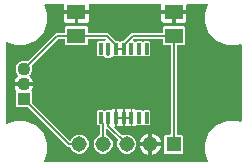
<source format=gbr>
G04 EAGLE Gerber RS-274X export*
G75*
%MOMM*%
%FSLAX34Y34*%
%LPD*%
%INTop Copper*%
%IPPOS*%
%AMOC8*
5,1,8,0,0,1.08239X$1,22.5*%
G01*
%ADD10R,1.600000X1.300000*%
%ADD11R,0.304800X0.990600*%
%ADD12R,1.108000X1.108000*%
%ADD13C,1.108000*%
%ADD14R,1.308000X1.308000*%
%ADD15C,1.308000*%
%ADD16C,0.152400*%

G36*
X180712Y10168D02*
X180712Y10168D01*
X180757Y10166D01*
X180832Y10188D01*
X180909Y10200D01*
X180950Y10222D01*
X180994Y10235D01*
X181058Y10279D01*
X181126Y10316D01*
X181158Y10349D01*
X181196Y10375D01*
X181242Y10438D01*
X181296Y10494D01*
X181315Y10536D01*
X181343Y10572D01*
X181367Y10646D01*
X181399Y10717D01*
X181404Y10763D01*
X181419Y10806D01*
X181418Y10884D01*
X181427Y10961D01*
X181417Y11006D01*
X181416Y11052D01*
X181378Y11184D01*
X181374Y11202D01*
X181372Y11206D01*
X181370Y11213D01*
X178769Y17491D01*
X178769Y26705D01*
X182295Y35218D01*
X188810Y41733D01*
X197323Y45259D01*
X206537Y45259D01*
X208751Y44342D01*
X208795Y44331D01*
X208837Y44312D01*
X208914Y44303D01*
X208990Y44286D01*
X209036Y44290D01*
X209081Y44285D01*
X209158Y44301D01*
X209235Y44309D01*
X209277Y44327D01*
X209322Y44337D01*
X209389Y44377D01*
X209460Y44409D01*
X209494Y44440D01*
X209533Y44463D01*
X209584Y44522D01*
X209641Y44575D01*
X209663Y44615D01*
X209693Y44650D01*
X209722Y44722D01*
X209759Y44791D01*
X209768Y44836D01*
X209785Y44878D01*
X209800Y45014D01*
X209803Y45033D01*
X209802Y45038D01*
X209803Y45045D01*
X209803Y109133D01*
X209801Y109149D01*
X209802Y109163D01*
X209796Y109190D01*
X209798Y109224D01*
X209776Y109299D01*
X209764Y109376D01*
X209751Y109400D01*
X209750Y109403D01*
X209742Y109416D01*
X209729Y109460D01*
X209685Y109524D01*
X209648Y109593D01*
X209615Y109625D01*
X209589Y109662D01*
X209527Y109709D01*
X209470Y109762D01*
X209428Y109782D01*
X209392Y109809D01*
X209318Y109833D01*
X209247Y109866D01*
X209201Y109871D01*
X209158Y109885D01*
X209080Y109885D01*
X209003Y109893D01*
X208958Y109883D01*
X208912Y109883D01*
X208785Y109846D01*
X208776Y109845D01*
X208773Y109843D01*
X208762Y109841D01*
X208758Y109838D01*
X208751Y109836D01*
X206537Y108919D01*
X197323Y108919D01*
X188810Y112445D01*
X182295Y118960D01*
X178769Y127473D01*
X178769Y136687D01*
X181264Y142711D01*
X181275Y142755D01*
X181294Y142797D01*
X181303Y142874D01*
X181321Y142950D01*
X181316Y142996D01*
X181321Y143041D01*
X181305Y143118D01*
X181297Y143195D01*
X181279Y143237D01*
X181269Y143282D01*
X181229Y143349D01*
X181197Y143420D01*
X181166Y143454D01*
X181143Y143493D01*
X181084Y143544D01*
X181031Y143601D01*
X180991Y143623D01*
X180956Y143653D01*
X180884Y143682D01*
X180816Y143719D01*
X180770Y143728D01*
X180728Y143745D01*
X180592Y143760D01*
X180574Y143763D01*
X180569Y143762D01*
X180561Y143763D01*
X163702Y143763D01*
X163682Y143760D01*
X163663Y143762D01*
X163561Y143740D01*
X163459Y143724D01*
X163442Y143714D01*
X163422Y143710D01*
X163333Y143657D01*
X163242Y143608D01*
X163228Y143594D01*
X163211Y143584D01*
X163144Y143505D01*
X163072Y143430D01*
X163064Y143412D01*
X163051Y143397D01*
X163012Y143301D01*
X162969Y143207D01*
X162967Y143187D01*
X162959Y143169D01*
X162941Y143002D01*
X162941Y138523D01*
X153162Y138523D01*
X153142Y138520D01*
X153123Y138522D01*
X153021Y138500D01*
X152919Y138483D01*
X152902Y138474D01*
X152882Y138470D01*
X152793Y138417D01*
X152702Y138368D01*
X152688Y138354D01*
X152671Y138344D01*
X152604Y138265D01*
X152533Y138190D01*
X152524Y138172D01*
X152511Y138157D01*
X152472Y138061D01*
X152429Y137967D01*
X152427Y137947D01*
X152419Y137929D01*
X152401Y137762D01*
X152401Y136999D01*
X152399Y136999D01*
X152399Y137762D01*
X152396Y137782D01*
X152398Y137801D01*
X152376Y137903D01*
X152359Y138005D01*
X152350Y138022D01*
X152346Y138042D01*
X152293Y138131D01*
X152244Y138222D01*
X152230Y138236D01*
X152220Y138253D01*
X152141Y138320D01*
X152066Y138391D01*
X152048Y138400D01*
X152033Y138413D01*
X151937Y138452D01*
X151843Y138495D01*
X151823Y138497D01*
X151805Y138505D01*
X151638Y138523D01*
X141859Y138523D01*
X141859Y143002D01*
X141856Y143022D01*
X141858Y143041D01*
X141836Y143143D01*
X141820Y143245D01*
X141810Y143262D01*
X141806Y143282D01*
X141753Y143371D01*
X141704Y143462D01*
X141690Y143476D01*
X141680Y143493D01*
X141601Y143560D01*
X141526Y143632D01*
X141508Y143640D01*
X141493Y143653D01*
X141397Y143692D01*
X141303Y143735D01*
X141283Y143737D01*
X141265Y143745D01*
X141098Y143763D01*
X81152Y143763D01*
X81132Y143760D01*
X81113Y143762D01*
X81011Y143740D01*
X80909Y143724D01*
X80892Y143714D01*
X80872Y143710D01*
X80783Y143657D01*
X80692Y143608D01*
X80678Y143594D01*
X80661Y143584D01*
X80594Y143505D01*
X80522Y143430D01*
X80514Y143412D01*
X80501Y143397D01*
X80462Y143301D01*
X80419Y143207D01*
X80417Y143187D01*
X80409Y143169D01*
X80391Y143002D01*
X80391Y138523D01*
X70612Y138523D01*
X70592Y138520D01*
X70573Y138522D01*
X70471Y138500D01*
X70369Y138483D01*
X70352Y138474D01*
X70332Y138470D01*
X70243Y138417D01*
X70152Y138368D01*
X70138Y138354D01*
X70121Y138344D01*
X70054Y138265D01*
X69983Y138190D01*
X69974Y138172D01*
X69961Y138157D01*
X69922Y138061D01*
X69879Y137967D01*
X69877Y137947D01*
X69869Y137929D01*
X69851Y137762D01*
X69851Y136999D01*
X69849Y136999D01*
X69849Y137762D01*
X69846Y137782D01*
X69848Y137801D01*
X69826Y137903D01*
X69809Y138005D01*
X69800Y138022D01*
X69796Y138042D01*
X69743Y138131D01*
X69694Y138222D01*
X69680Y138236D01*
X69670Y138253D01*
X69591Y138320D01*
X69516Y138391D01*
X69498Y138400D01*
X69483Y138413D01*
X69387Y138452D01*
X69293Y138495D01*
X69273Y138497D01*
X69255Y138505D01*
X69088Y138523D01*
X59309Y138523D01*
X59309Y143002D01*
X59306Y143022D01*
X59308Y143041D01*
X59286Y143143D01*
X59270Y143245D01*
X59260Y143262D01*
X59256Y143282D01*
X59203Y143371D01*
X59154Y143462D01*
X59140Y143476D01*
X59130Y143493D01*
X59051Y143560D01*
X58976Y143632D01*
X58958Y143640D01*
X58943Y143653D01*
X58847Y143692D01*
X58753Y143735D01*
X58733Y143737D01*
X58715Y143745D01*
X58548Y143763D01*
X43467Y143763D01*
X43422Y143756D01*
X43376Y143758D01*
X43301Y143736D01*
X43224Y143724D01*
X43184Y143702D01*
X43140Y143689D01*
X43076Y143645D01*
X43007Y143608D01*
X42975Y143575D01*
X42937Y143549D01*
X42891Y143486D01*
X42837Y143430D01*
X42818Y143388D01*
X42791Y143352D01*
X42767Y143278D01*
X42734Y143207D01*
X42729Y143161D01*
X42714Y143118D01*
X42715Y143040D01*
X42707Y142963D01*
X42716Y142918D01*
X42717Y142872D01*
X42755Y142740D01*
X42759Y142722D01*
X42761Y142718D01*
X42764Y142711D01*
X45259Y136687D01*
X45259Y127473D01*
X41733Y118960D01*
X35218Y112445D01*
X26705Y108919D01*
X17491Y108919D01*
X11213Y111520D01*
X11169Y111530D01*
X11127Y111549D01*
X11050Y111558D01*
X10974Y111576D01*
X10928Y111571D01*
X10883Y111577D01*
X10806Y111560D01*
X10729Y111553D01*
X10687Y111534D01*
X10642Y111524D01*
X10575Y111484D01*
X10504Y111453D01*
X10470Y111422D01*
X10431Y111398D01*
X10380Y111339D01*
X10323Y111286D01*
X10301Y111246D01*
X10271Y111211D01*
X10242Y111139D01*
X10205Y111071D01*
X10196Y111026D01*
X10179Y110983D01*
X10164Y110847D01*
X10161Y110829D01*
X10162Y110824D01*
X10161Y110816D01*
X10161Y43362D01*
X10168Y43316D01*
X10166Y43271D01*
X10188Y43196D01*
X10200Y43119D01*
X10222Y43078D01*
X10235Y43034D01*
X10279Y42970D01*
X10316Y42902D01*
X10349Y42870D01*
X10375Y42832D01*
X10438Y42786D01*
X10494Y42732D01*
X10536Y42713D01*
X10572Y42685D01*
X10646Y42661D01*
X10717Y42629D01*
X10763Y42624D01*
X10806Y42609D01*
X10884Y42610D01*
X10961Y42601D01*
X11006Y42611D01*
X11052Y42612D01*
X11184Y42650D01*
X11202Y42654D01*
X11206Y42656D01*
X11213Y42658D01*
X17491Y45259D01*
X26705Y45259D01*
X35218Y41733D01*
X41733Y35218D01*
X45259Y26705D01*
X45259Y17491D01*
X42658Y11213D01*
X42648Y11169D01*
X42629Y11127D01*
X42620Y11050D01*
X42602Y10974D01*
X42607Y10928D01*
X42601Y10883D01*
X42618Y10806D01*
X42625Y10729D01*
X42644Y10687D01*
X42654Y10642D01*
X42694Y10575D01*
X42725Y10504D01*
X42756Y10470D01*
X42780Y10431D01*
X42839Y10380D01*
X42892Y10323D01*
X42932Y10301D01*
X42967Y10271D01*
X43039Y10242D01*
X43107Y10205D01*
X43152Y10196D01*
X43195Y10179D01*
X43331Y10164D01*
X43349Y10161D01*
X43354Y10162D01*
X43362Y10161D01*
X180666Y10161D01*
X180712Y10168D01*
G37*
%LPC*%
G36*
X145228Y17335D02*
X145228Y17335D01*
X144335Y18228D01*
X144335Y32572D01*
X145228Y33465D01*
X149352Y33465D01*
X149372Y33468D01*
X149391Y33466D01*
X149493Y33488D01*
X149595Y33504D01*
X149612Y33514D01*
X149632Y33518D01*
X149721Y33571D01*
X149812Y33620D01*
X149826Y33634D01*
X149843Y33644D01*
X149910Y33723D01*
X149982Y33798D01*
X149990Y33816D01*
X150003Y33831D01*
X150042Y33927D01*
X150085Y34021D01*
X150087Y34041D01*
X150095Y34059D01*
X150113Y34226D01*
X150113Y108214D01*
X150110Y108234D01*
X150112Y108253D01*
X150090Y108355D01*
X150074Y108457D01*
X150064Y108474D01*
X150060Y108494D01*
X150007Y108583D01*
X149958Y108674D01*
X149944Y108688D01*
X149934Y108705D01*
X149855Y108772D01*
X149780Y108844D01*
X149762Y108852D01*
X149747Y108865D01*
X149651Y108904D01*
X149557Y108947D01*
X149537Y108949D01*
X149519Y108957D01*
X149352Y108975D01*
X143768Y108975D01*
X142875Y109868D01*
X142875Y113952D01*
X142872Y113972D01*
X142874Y113991D01*
X142852Y114093D01*
X142836Y114195D01*
X142826Y114212D01*
X142822Y114232D01*
X142769Y114321D01*
X142720Y114412D01*
X142706Y114426D01*
X142696Y114443D01*
X142617Y114510D01*
X142542Y114582D01*
X142524Y114590D01*
X142509Y114603D01*
X142413Y114642D01*
X142319Y114685D01*
X142299Y114687D01*
X142281Y114695D01*
X142114Y114713D01*
X118676Y114713D01*
X118586Y114699D01*
X118495Y114691D01*
X118465Y114679D01*
X118433Y114674D01*
X118352Y114631D01*
X118268Y114595D01*
X118236Y114569D01*
X118215Y114558D01*
X118193Y114535D01*
X118137Y114490D01*
X117564Y113917D01*
X117522Y113859D01*
X117473Y113807D01*
X117451Y113760D01*
X117421Y113718D01*
X117400Y113649D01*
X117369Y113584D01*
X117364Y113532D01*
X117348Y113482D01*
X117350Y113411D01*
X117342Y113340D01*
X117353Y113289D01*
X117355Y113237D01*
X117379Y113169D01*
X117394Y113099D01*
X117421Y113054D01*
X117439Y113006D01*
X117484Y112950D01*
X117521Y112888D01*
X117560Y112854D01*
X117593Y112814D01*
X117653Y112775D01*
X117708Y112728D01*
X117756Y112709D01*
X117800Y112681D01*
X117869Y112663D01*
X117936Y112636D01*
X118007Y112628D01*
X118038Y112620D01*
X118062Y112622D01*
X118102Y112618D01*
X118638Y112618D01*
X119194Y112062D01*
X119210Y112050D01*
X119222Y112034D01*
X119310Y111978D01*
X119393Y111918D01*
X119412Y111912D01*
X119429Y111901D01*
X119530Y111876D01*
X119629Y111846D01*
X119648Y111846D01*
X119668Y111841D01*
X119771Y111849D01*
X119874Y111852D01*
X119893Y111859D01*
X119913Y111860D01*
X120008Y111901D01*
X120105Y111936D01*
X120121Y111949D01*
X120139Y111957D01*
X120270Y112062D01*
X120826Y112618D01*
X125138Y112618D01*
X125694Y112062D01*
X125710Y112050D01*
X125722Y112034D01*
X125810Y111978D01*
X125893Y111918D01*
X125912Y111912D01*
X125929Y111901D01*
X126030Y111876D01*
X126129Y111846D01*
X126148Y111846D01*
X126168Y111841D01*
X126271Y111849D01*
X126374Y111852D01*
X126393Y111859D01*
X126413Y111860D01*
X126508Y111901D01*
X126605Y111936D01*
X126621Y111949D01*
X126639Y111957D01*
X126770Y112062D01*
X127326Y112618D01*
X131638Y112618D01*
X132531Y111725D01*
X132531Y100555D01*
X131638Y99662D01*
X127326Y99662D01*
X126770Y100218D01*
X126754Y100230D01*
X126742Y100246D01*
X126654Y100302D01*
X126571Y100362D01*
X126552Y100368D01*
X126535Y100379D01*
X126434Y100404D01*
X126335Y100434D01*
X126316Y100434D01*
X126296Y100439D01*
X126193Y100431D01*
X126090Y100428D01*
X126071Y100421D01*
X126051Y100420D01*
X125956Y100379D01*
X125859Y100344D01*
X125843Y100331D01*
X125825Y100323D01*
X125694Y100218D01*
X125138Y99662D01*
X120826Y99662D01*
X120270Y100218D01*
X120254Y100230D01*
X120242Y100246D01*
X120154Y100302D01*
X120071Y100362D01*
X120052Y100368D01*
X120035Y100379D01*
X119934Y100404D01*
X119835Y100434D01*
X119816Y100434D01*
X119796Y100439D01*
X119693Y100431D01*
X119590Y100428D01*
X119571Y100421D01*
X119551Y100420D01*
X119456Y100379D01*
X119359Y100344D01*
X119343Y100331D01*
X119325Y100323D01*
X119194Y100218D01*
X118638Y99662D01*
X114326Y99662D01*
X113770Y100218D01*
X113754Y100230D01*
X113742Y100246D01*
X113654Y100302D01*
X113571Y100362D01*
X113552Y100368D01*
X113535Y100379D01*
X113434Y100404D01*
X113335Y100434D01*
X113316Y100434D01*
X113296Y100439D01*
X113193Y100431D01*
X113090Y100428D01*
X113071Y100421D01*
X113051Y100420D01*
X112956Y100379D01*
X112859Y100344D01*
X112843Y100331D01*
X112825Y100323D01*
X112694Y100218D01*
X112138Y99662D01*
X107826Y99662D01*
X107270Y100218D01*
X107254Y100230D01*
X107242Y100246D01*
X107154Y100302D01*
X107071Y100362D01*
X107052Y100368D01*
X107035Y100379D01*
X106934Y100404D01*
X106835Y100434D01*
X106816Y100434D01*
X106796Y100439D01*
X106693Y100431D01*
X106590Y100428D01*
X106571Y100421D01*
X106551Y100420D01*
X106456Y100379D01*
X106359Y100344D01*
X106343Y100331D01*
X106325Y100323D01*
X106194Y100218D01*
X105638Y99662D01*
X101245Y99662D01*
X101153Y99685D01*
X101054Y99716D01*
X101034Y99715D01*
X101015Y99720D01*
X100912Y99712D01*
X100808Y99710D01*
X100789Y99703D01*
X100769Y99701D01*
X100674Y99661D01*
X100577Y99625D01*
X100561Y99613D01*
X100543Y99605D01*
X100412Y99500D01*
X100066Y99154D01*
X99487Y98819D01*
X98840Y98646D01*
X97743Y98646D01*
X97743Y106140D01*
X97740Y106159D01*
X97742Y106179D01*
X97720Y106280D01*
X97704Y106382D01*
X97694Y106400D01*
X97690Y106419D01*
X97637Y106509D01*
X97589Y106600D01*
X97574Y106613D01*
X97564Y106631D01*
X97485Y106698D01*
X97410Y106769D01*
X97392Y106778D01*
X97377Y106791D01*
X97281Y106829D01*
X97187Y106873D01*
X97167Y106875D01*
X97149Y106882D01*
X96982Y106901D01*
X96962Y106898D01*
X96943Y106900D01*
X96942Y106900D01*
X96841Y106878D01*
X96739Y106861D01*
X96722Y106852D01*
X96702Y106848D01*
X96613Y106794D01*
X96522Y106746D01*
X96508Y106732D01*
X96491Y106721D01*
X96424Y106643D01*
X96352Y106568D01*
X96344Y106550D01*
X96331Y106535D01*
X96292Y106438D01*
X96249Y106345D01*
X96247Y106325D01*
X96239Y106306D01*
X96221Y106140D01*
X96221Y98646D01*
X95124Y98646D01*
X94477Y98819D01*
X93898Y99154D01*
X93552Y99500D01*
X93536Y99512D01*
X93523Y99527D01*
X93436Y99583D01*
X93352Y99644D01*
X93333Y99649D01*
X93316Y99660D01*
X93216Y99685D01*
X93117Y99716D01*
X93097Y99715D01*
X93078Y99720D01*
X92974Y99712D01*
X92871Y99710D01*
X92852Y99703D01*
X92832Y99701D01*
X92741Y99662D01*
X88326Y99662D01*
X87433Y100555D01*
X87433Y111725D01*
X88326Y112618D01*
X92719Y112618D01*
X92811Y112595D01*
X92910Y112564D01*
X92930Y112565D01*
X92949Y112560D01*
X93052Y112568D01*
X93156Y112570D01*
X93175Y112577D01*
X93195Y112579D01*
X93290Y112619D01*
X93387Y112655D01*
X93403Y112667D01*
X93421Y112675D01*
X93552Y112780D01*
X93898Y113126D01*
X94187Y113293D01*
X94224Y113323D01*
X94266Y113346D01*
X94318Y113400D01*
X94377Y113448D01*
X94403Y113489D01*
X94436Y113524D01*
X94467Y113593D01*
X94508Y113657D01*
X94519Y113703D01*
X94539Y113747D01*
X94548Y113822D01*
X94565Y113896D01*
X94561Y113944D01*
X94566Y113991D01*
X94550Y114066D01*
X94543Y114141D01*
X94524Y114185D01*
X94514Y114232D01*
X94475Y114297D01*
X94445Y114366D01*
X94412Y114402D01*
X94388Y114443D01*
X94330Y114492D01*
X94279Y114548D01*
X94237Y114572D01*
X94201Y114603D01*
X94131Y114631D01*
X94064Y114668D01*
X94017Y114677D01*
X93973Y114695D01*
X93845Y114709D01*
X93823Y114713D01*
X93816Y114712D01*
X93806Y114713D01*
X80136Y114713D01*
X80116Y114710D01*
X80097Y114712D01*
X79995Y114690D01*
X79893Y114674D01*
X79876Y114664D01*
X79856Y114660D01*
X79767Y114607D01*
X79676Y114558D01*
X79662Y114544D01*
X79645Y114534D01*
X79578Y114455D01*
X79506Y114380D01*
X79498Y114362D01*
X79485Y114347D01*
X79446Y114251D01*
X79403Y114157D01*
X79401Y114137D01*
X79393Y114119D01*
X79375Y113952D01*
X79375Y109868D01*
X78482Y108975D01*
X61218Y108975D01*
X60325Y109868D01*
X60325Y113952D01*
X60322Y113972D01*
X60324Y113991D01*
X60302Y114093D01*
X60286Y114195D01*
X60276Y114212D01*
X60272Y114232D01*
X60219Y114321D01*
X60170Y114412D01*
X60156Y114426D01*
X60146Y114443D01*
X60067Y114510D01*
X59992Y114582D01*
X59974Y114590D01*
X59959Y114603D01*
X59863Y114642D01*
X59769Y114685D01*
X59749Y114687D01*
X59731Y114695D01*
X59564Y114713D01*
X54763Y114713D01*
X54672Y114699D01*
X54582Y114691D01*
X54552Y114679D01*
X54520Y114674D01*
X54439Y114631D01*
X54355Y114595D01*
X54323Y114569D01*
X54302Y114558D01*
X54280Y114535D01*
X54224Y114490D01*
X32114Y92380D01*
X32046Y92286D01*
X31976Y92191D01*
X31974Y92185D01*
X31970Y92180D01*
X31936Y92069D01*
X31900Y91958D01*
X31900Y91951D01*
X31898Y91945D01*
X31901Y91828D01*
X31902Y91712D01*
X31904Y91704D01*
X31904Y91699D01*
X31911Y91682D01*
X31949Y91550D01*
X32465Y90305D01*
X32465Y87495D01*
X31389Y84898D01*
X30258Y83767D01*
X30214Y83706D01*
X30179Y83669D01*
X30172Y83653D01*
X30142Y83618D01*
X30131Y83591D01*
X30114Y83567D01*
X30087Y83477D01*
X30052Y83389D01*
X30051Y83360D01*
X30042Y83332D01*
X30044Y83238D01*
X30040Y83144D01*
X30048Y83115D01*
X30048Y83086D01*
X30081Y82997D01*
X30106Y82907D01*
X30123Y82883D01*
X30133Y82855D01*
X30192Y82781D01*
X30245Y82704D01*
X30273Y82680D01*
X30287Y82663D01*
X30314Y82645D01*
X30373Y82596D01*
X30551Y82477D01*
X31677Y81351D01*
X32561Y80028D01*
X33170Y78557D01*
X33341Y77699D01*
X26138Y77699D01*
X26119Y77696D01*
X26099Y77698D01*
X25997Y77676D01*
X25895Y77660D01*
X25878Y77650D01*
X25858Y77646D01*
X25769Y77593D01*
X25678Y77544D01*
X25664Y77530D01*
X25647Y77520D01*
X25580Y77441D01*
X25509Y77366D01*
X25500Y77348D01*
X25487Y77333D01*
X25449Y77237D01*
X25405Y77143D01*
X25403Y77123D01*
X25396Y77105D01*
X25383Y77181D01*
X25374Y77198D01*
X25370Y77218D01*
X25317Y77307D01*
X25268Y77398D01*
X25254Y77412D01*
X25244Y77429D01*
X25165Y77496D01*
X25090Y77568D01*
X25072Y77576D01*
X25057Y77589D01*
X24960Y77628D01*
X24867Y77671D01*
X24847Y77673D01*
X24829Y77681D01*
X24662Y77699D01*
X17459Y77699D01*
X17630Y78557D01*
X18239Y80028D01*
X19123Y81351D01*
X20249Y82477D01*
X20427Y82596D01*
X20496Y82660D01*
X20569Y82719D01*
X20585Y82743D01*
X20606Y82763D01*
X20651Y82846D01*
X20702Y82926D01*
X20709Y82954D01*
X20723Y82980D01*
X20739Y83073D01*
X20762Y83164D01*
X20760Y83193D01*
X20765Y83222D01*
X20751Y83316D01*
X20743Y83410D01*
X20732Y83436D01*
X20727Y83465D01*
X20700Y83517D01*
X20700Y83521D01*
X20692Y83532D01*
X20684Y83549D01*
X20647Y83636D01*
X20624Y83665D01*
X20614Y83684D01*
X20590Y83707D01*
X20583Y83716D01*
X20573Y83732D01*
X20563Y83740D01*
X20542Y83767D01*
X19411Y84898D01*
X18335Y87495D01*
X18335Y90305D01*
X19411Y92902D01*
X21398Y94889D01*
X23995Y95965D01*
X26805Y95965D01*
X28050Y95449D01*
X28164Y95422D01*
X28278Y95394D01*
X28284Y95394D01*
X28290Y95393D01*
X28407Y95404D01*
X28523Y95413D01*
X28528Y95415D01*
X28535Y95416D01*
X28642Y95464D01*
X28749Y95509D01*
X28755Y95514D01*
X28760Y95516D01*
X28773Y95529D01*
X28880Y95614D01*
X52553Y119287D01*
X59564Y119287D01*
X59584Y119290D01*
X59603Y119288D01*
X59705Y119310D01*
X59807Y119326D01*
X59824Y119336D01*
X59844Y119340D01*
X59933Y119393D01*
X60024Y119442D01*
X60038Y119456D01*
X60055Y119466D01*
X60122Y119545D01*
X60194Y119620D01*
X60202Y119638D01*
X60215Y119653D01*
X60254Y119749D01*
X60297Y119843D01*
X60299Y119863D01*
X60307Y119881D01*
X60325Y120048D01*
X60325Y124132D01*
X61218Y125025D01*
X78482Y125025D01*
X79375Y124132D01*
X79375Y120048D01*
X79378Y120028D01*
X79376Y120009D01*
X79398Y119907D01*
X79414Y119805D01*
X79424Y119788D01*
X79428Y119768D01*
X79481Y119679D01*
X79530Y119588D01*
X79544Y119574D01*
X79554Y119557D01*
X79633Y119490D01*
X79708Y119418D01*
X79726Y119410D01*
X79741Y119397D01*
X79837Y119358D01*
X79931Y119315D01*
X79951Y119313D01*
X79969Y119305D01*
X80136Y119287D01*
X96998Y119287D01*
X103444Y112841D01*
X103518Y112788D01*
X103588Y112728D01*
X103618Y112716D01*
X103644Y112697D01*
X103731Y112670D01*
X103816Y112636D01*
X103857Y112632D01*
X103879Y112625D01*
X103911Y112626D01*
X103982Y112618D01*
X105638Y112618D01*
X106194Y112062D01*
X106210Y112050D01*
X106222Y112034D01*
X106310Y111978D01*
X106393Y111918D01*
X106412Y111912D01*
X106429Y111901D01*
X106530Y111876D01*
X106629Y111846D01*
X106648Y111846D01*
X106668Y111841D01*
X106771Y111849D01*
X106874Y111852D01*
X106893Y111859D01*
X106913Y111860D01*
X107008Y111901D01*
X107105Y111936D01*
X107121Y111949D01*
X107139Y111957D01*
X107270Y112062D01*
X107826Y112618D01*
X109481Y112618D01*
X109572Y112632D01*
X109662Y112640D01*
X109692Y112652D01*
X109724Y112657D01*
X109805Y112700D01*
X109889Y112736D01*
X109921Y112762D01*
X109942Y112773D01*
X109964Y112796D01*
X110020Y112841D01*
X116466Y119287D01*
X142114Y119287D01*
X142134Y119290D01*
X142153Y119288D01*
X142255Y119310D01*
X142357Y119326D01*
X142374Y119336D01*
X142394Y119340D01*
X142483Y119393D01*
X142574Y119442D01*
X142588Y119456D01*
X142605Y119466D01*
X142672Y119545D01*
X142744Y119620D01*
X142752Y119638D01*
X142765Y119653D01*
X142804Y119749D01*
X142847Y119843D01*
X142849Y119863D01*
X142857Y119881D01*
X142875Y120048D01*
X142875Y124132D01*
X143768Y125025D01*
X161032Y125025D01*
X161925Y124132D01*
X161925Y109868D01*
X161032Y108975D01*
X155448Y108975D01*
X155428Y108972D01*
X155409Y108974D01*
X155307Y108952D01*
X155205Y108936D01*
X155188Y108926D01*
X155168Y108922D01*
X155079Y108869D01*
X154988Y108820D01*
X154974Y108806D01*
X154957Y108796D01*
X154890Y108717D01*
X154818Y108642D01*
X154810Y108624D01*
X154797Y108609D01*
X154758Y108513D01*
X154715Y108419D01*
X154713Y108399D01*
X154705Y108381D01*
X154687Y108214D01*
X154687Y34226D01*
X154690Y34206D01*
X154688Y34187D01*
X154710Y34085D01*
X154726Y33983D01*
X154736Y33966D01*
X154740Y33946D01*
X154793Y33857D01*
X154842Y33766D01*
X154856Y33752D01*
X154866Y33735D01*
X154945Y33668D01*
X155020Y33596D01*
X155038Y33588D01*
X155053Y33575D01*
X155149Y33536D01*
X155243Y33493D01*
X155263Y33491D01*
X155281Y33483D01*
X155448Y33465D01*
X159572Y33465D01*
X160465Y32572D01*
X160465Y18228D01*
X159572Y17335D01*
X145228Y17335D01*
G37*
%LPD*%
%LPC*%
G36*
X90796Y17335D02*
X90796Y17335D01*
X87832Y18563D01*
X85563Y20832D01*
X84335Y23796D01*
X84335Y27004D01*
X85563Y29968D01*
X87832Y32237D01*
X89643Y32987D01*
X89743Y33049D01*
X89843Y33109D01*
X89847Y33114D01*
X89852Y33117D01*
X89927Y33207D01*
X90003Y33296D01*
X90005Y33302D01*
X90009Y33306D01*
X90051Y33415D01*
X90095Y33524D01*
X90096Y33531D01*
X90097Y33536D01*
X90098Y33554D01*
X90113Y33691D01*
X90113Y40545D01*
X90110Y40565D01*
X90112Y40584D01*
X90090Y40686D01*
X90074Y40788D01*
X90064Y40805D01*
X90060Y40825D01*
X90007Y40914D01*
X89958Y41005D01*
X89944Y41019D01*
X89934Y41036D01*
X89855Y41103D01*
X89780Y41175D01*
X89762Y41183D01*
X89747Y41196D01*
X89651Y41235D01*
X89557Y41278D01*
X89537Y41280D01*
X89519Y41288D01*
X89352Y41306D01*
X88326Y41306D01*
X87433Y42199D01*
X87433Y53369D01*
X88326Y54262D01*
X92638Y54262D01*
X93194Y53706D01*
X93210Y53694D01*
X93222Y53678D01*
X93310Y53622D01*
X93393Y53562D01*
X93412Y53556D01*
X93429Y53545D01*
X93530Y53520D01*
X93629Y53490D01*
X93648Y53490D01*
X93668Y53485D01*
X93771Y53493D01*
X93874Y53496D01*
X93893Y53503D01*
X93913Y53504D01*
X94008Y53545D01*
X94105Y53580D01*
X94121Y53593D01*
X94139Y53601D01*
X94270Y53706D01*
X94826Y54262D01*
X99219Y54262D01*
X99311Y54239D01*
X99410Y54208D01*
X99430Y54209D01*
X99449Y54204D01*
X99552Y54212D01*
X99656Y54214D01*
X99675Y54221D01*
X99695Y54223D01*
X99790Y54263D01*
X99887Y54299D01*
X99903Y54311D01*
X99921Y54319D01*
X100052Y54424D01*
X100398Y54770D01*
X100977Y55105D01*
X101624Y55278D01*
X102721Y55278D01*
X102721Y47784D01*
X102721Y40290D01*
X102581Y40290D01*
X102511Y40279D01*
X102439Y40277D01*
X102390Y40259D01*
X102339Y40251D01*
X102275Y40217D01*
X102208Y40192D01*
X102167Y40160D01*
X102121Y40135D01*
X102072Y40084D01*
X102016Y40039D01*
X101988Y39995D01*
X101952Y39957D01*
X101922Y39892D01*
X101883Y39832D01*
X101870Y39781D01*
X101848Y39734D01*
X101840Y39663D01*
X101823Y39593D01*
X101827Y39541D01*
X101821Y39490D01*
X101836Y39419D01*
X101842Y39348D01*
X101862Y39300D01*
X101873Y39249D01*
X101910Y39188D01*
X101938Y39122D01*
X101983Y39066D01*
X102000Y39038D01*
X102017Y39023D01*
X102043Y38991D01*
X108155Y32879D01*
X108249Y32811D01*
X108343Y32741D01*
X108349Y32739D01*
X108354Y32736D01*
X108465Y32702D01*
X108577Y32665D01*
X108583Y32665D01*
X108589Y32663D01*
X108706Y32666D01*
X108823Y32668D01*
X108830Y32670D01*
X108835Y32670D01*
X108853Y32676D01*
X108984Y32714D01*
X110796Y33465D01*
X114004Y33465D01*
X116968Y32237D01*
X119237Y29968D01*
X120465Y27004D01*
X120465Y23796D01*
X119237Y20832D01*
X116968Y18563D01*
X114004Y17335D01*
X110796Y17335D01*
X107832Y18563D01*
X105563Y20832D01*
X104335Y23796D01*
X104335Y27004D01*
X105086Y28816D01*
X105112Y28930D01*
X105141Y29043D01*
X105140Y29049D01*
X105142Y29055D01*
X105131Y29172D01*
X105122Y29288D01*
X105119Y29294D01*
X105119Y29300D01*
X105071Y29408D01*
X105025Y29514D01*
X105021Y29520D01*
X105019Y29525D01*
X105006Y29539D01*
X104921Y29645D01*
X96258Y38308D01*
X95986Y38580D01*
X95928Y38622D01*
X95876Y38671D01*
X95829Y38693D01*
X95787Y38723D01*
X95718Y38744D01*
X95653Y38775D01*
X95601Y38780D01*
X95551Y38796D01*
X95480Y38794D01*
X95409Y38802D01*
X95358Y38791D01*
X95306Y38789D01*
X95238Y38765D01*
X95168Y38750D01*
X95123Y38723D01*
X95075Y38705D01*
X95019Y38660D01*
X94957Y38623D01*
X94923Y38584D01*
X94883Y38551D01*
X94844Y38491D01*
X94797Y38436D01*
X94778Y38388D01*
X94750Y38344D01*
X94732Y38275D01*
X94705Y38208D01*
X94697Y38137D01*
X94689Y38106D01*
X94691Y38082D01*
X94687Y38042D01*
X94687Y33691D01*
X94706Y33575D01*
X94723Y33460D01*
X94725Y33454D01*
X94726Y33448D01*
X94781Y33345D01*
X94834Y33240D01*
X94839Y33236D01*
X94842Y33231D01*
X94926Y33151D01*
X95010Y33068D01*
X95016Y33065D01*
X95020Y33061D01*
X95037Y33053D01*
X95157Y32987D01*
X96968Y32237D01*
X99237Y29968D01*
X100465Y27004D01*
X100465Y23796D01*
X99237Y20832D01*
X96968Y18563D01*
X94004Y17335D01*
X90796Y17335D01*
G37*
%LPD*%
%LPC*%
G36*
X70796Y17335D02*
X70796Y17335D01*
X67832Y18563D01*
X65563Y20832D01*
X64813Y22643D01*
X64751Y22743D01*
X64691Y22843D01*
X64686Y22847D01*
X64683Y22852D01*
X64593Y22927D01*
X64504Y23003D01*
X64498Y23005D01*
X64494Y23009D01*
X64385Y23051D01*
X64276Y23095D01*
X64269Y23096D01*
X64264Y23097D01*
X64246Y23098D01*
X64109Y23113D01*
X62553Y23113D01*
X29454Y56212D01*
X29380Y56265D01*
X29310Y56325D01*
X29280Y56337D01*
X29254Y56356D01*
X29167Y56383D01*
X29082Y56417D01*
X29041Y56421D01*
X29019Y56428D01*
X28987Y56427D01*
X28915Y56435D01*
X19228Y56435D01*
X18335Y57328D01*
X18335Y69672D01*
X18918Y70254D01*
X18958Y70310D01*
X19005Y70359D01*
X19029Y70409D01*
X19061Y70454D01*
X19081Y70519D01*
X19111Y70581D01*
X19117Y70636D01*
X19133Y70689D01*
X19132Y70757D01*
X19140Y70825D01*
X19129Y70879D01*
X19127Y70935D01*
X19104Y70999D01*
X19089Y71066D01*
X19054Y71135D01*
X19043Y71166D01*
X19029Y71182D01*
X19012Y71215D01*
X18239Y72372D01*
X17630Y73843D01*
X17459Y74701D01*
X24662Y74701D01*
X24681Y74704D01*
X24701Y74702D01*
X24803Y74724D01*
X24905Y74740D01*
X24922Y74750D01*
X24942Y74754D01*
X25031Y74807D01*
X25122Y74856D01*
X25136Y74870D01*
X25153Y74880D01*
X25220Y74959D01*
X25291Y75034D01*
X25300Y75052D01*
X25313Y75067D01*
X25351Y75163D01*
X25395Y75257D01*
X25397Y75277D01*
X25404Y75295D01*
X25417Y75219D01*
X25426Y75202D01*
X25430Y75182D01*
X25483Y75093D01*
X25532Y75002D01*
X25546Y74988D01*
X25556Y74971D01*
X25635Y74904D01*
X25710Y74832D01*
X25728Y74824D01*
X25743Y74811D01*
X25840Y74772D01*
X25933Y74729D01*
X25953Y74727D01*
X25971Y74719D01*
X26138Y74701D01*
X33341Y74701D01*
X33170Y73843D01*
X32561Y72372D01*
X31788Y71215D01*
X31759Y71152D01*
X31722Y71095D01*
X31709Y71041D01*
X31686Y70991D01*
X31679Y70923D01*
X31662Y70856D01*
X31666Y70801D01*
X31661Y70746D01*
X31676Y70679D01*
X31681Y70611D01*
X31703Y70560D01*
X31715Y70507D01*
X31751Y70448D01*
X31778Y70385D01*
X31826Y70324D01*
X31843Y70296D01*
X31859Y70283D01*
X31882Y70254D01*
X32465Y69672D01*
X32465Y59985D01*
X32479Y59894D01*
X32487Y59804D01*
X32499Y59774D01*
X32504Y59742D01*
X32547Y59661D01*
X32583Y59577D01*
X32609Y59545D01*
X32620Y59524D01*
X32643Y59502D01*
X32688Y59446D01*
X63762Y28372D01*
X63800Y28345D01*
X63831Y28311D01*
X63899Y28273D01*
X63962Y28228D01*
X64006Y28215D01*
X64046Y28192D01*
X64123Y28179D01*
X64197Y28156D01*
X64243Y28157D01*
X64288Y28149D01*
X64365Y28160D01*
X64443Y28162D01*
X64486Y28178D01*
X64532Y28184D01*
X64601Y28220D01*
X64674Y28246D01*
X64710Y28275D01*
X64751Y28296D01*
X64805Y28352D01*
X64866Y28400D01*
X64891Y28439D01*
X64923Y28472D01*
X64989Y28591D01*
X64999Y28607D01*
X65000Y28612D01*
X65004Y28619D01*
X65563Y29968D01*
X67832Y32237D01*
X70796Y33465D01*
X74004Y33465D01*
X76968Y32237D01*
X79237Y29968D01*
X80465Y27004D01*
X80465Y23796D01*
X79237Y20832D01*
X76968Y18563D01*
X74004Y17335D01*
X70796Y17335D01*
G37*
%LPD*%
%LPC*%
G36*
X117243Y40290D02*
X117243Y40290D01*
X117243Y47784D01*
X117243Y55278D01*
X118340Y55278D01*
X118987Y55105D01*
X119566Y54770D01*
X119912Y54424D01*
X119928Y54412D01*
X119941Y54397D01*
X120028Y54341D01*
X120112Y54280D01*
X120131Y54275D01*
X120148Y54264D01*
X120248Y54239D01*
X120347Y54208D01*
X120367Y54209D01*
X120386Y54204D01*
X120490Y54212D01*
X120593Y54214D01*
X120612Y54221D01*
X120632Y54223D01*
X120723Y54262D01*
X125138Y54262D01*
X125694Y53706D01*
X125710Y53694D01*
X125722Y53678D01*
X125810Y53622D01*
X125893Y53562D01*
X125912Y53556D01*
X125929Y53545D01*
X126030Y53520D01*
X126129Y53490D01*
X126148Y53490D01*
X126168Y53485D01*
X126271Y53493D01*
X126374Y53496D01*
X126393Y53503D01*
X126413Y53504D01*
X126508Y53545D01*
X126605Y53580D01*
X126621Y53593D01*
X126639Y53601D01*
X126770Y53706D01*
X127326Y54262D01*
X131638Y54262D01*
X132531Y53369D01*
X132531Y42199D01*
X131638Y41306D01*
X127326Y41306D01*
X126770Y41862D01*
X126754Y41874D01*
X126742Y41890D01*
X126654Y41946D01*
X126571Y42006D01*
X126552Y42012D01*
X126535Y42023D01*
X126434Y42048D01*
X126335Y42078D01*
X126316Y42078D01*
X126296Y42083D01*
X126193Y42075D01*
X126090Y42072D01*
X126071Y42065D01*
X126051Y42064D01*
X125956Y42023D01*
X125859Y41988D01*
X125843Y41975D01*
X125825Y41967D01*
X125694Y41862D01*
X125138Y41306D01*
X120745Y41306D01*
X120653Y41329D01*
X120554Y41360D01*
X120534Y41359D01*
X120515Y41364D01*
X120412Y41356D01*
X120308Y41354D01*
X120289Y41347D01*
X120269Y41345D01*
X120174Y41305D01*
X120077Y41269D01*
X120061Y41257D01*
X120043Y41249D01*
X119912Y41144D01*
X119566Y40798D01*
X118987Y40463D01*
X118340Y40290D01*
X117243Y40290D01*
G37*
%LPD*%
%LPC*%
G36*
X153923Y127959D02*
X153923Y127959D01*
X153923Y135477D01*
X162941Y135477D01*
X162941Y130166D01*
X162768Y129519D01*
X162433Y128940D01*
X161960Y128467D01*
X161381Y128132D01*
X160734Y127959D01*
X153923Y127959D01*
G37*
%LPD*%
%LPC*%
G36*
X71373Y127959D02*
X71373Y127959D01*
X71373Y135477D01*
X80391Y135477D01*
X80391Y130166D01*
X80218Y129519D01*
X79883Y128940D01*
X79410Y128467D01*
X78831Y128132D01*
X78184Y127959D01*
X71373Y127959D01*
G37*
%LPD*%
%LPC*%
G36*
X144066Y127959D02*
X144066Y127959D01*
X143419Y128132D01*
X142840Y128467D01*
X142367Y128940D01*
X142032Y129519D01*
X141859Y130166D01*
X141859Y135477D01*
X150877Y135477D01*
X150877Y127959D01*
X144066Y127959D01*
G37*
%LPD*%
%LPC*%
G36*
X61516Y127959D02*
X61516Y127959D01*
X60869Y128132D01*
X60290Y128467D01*
X59817Y128940D01*
X59482Y129519D01*
X59309Y130166D01*
X59309Y135477D01*
X68327Y135477D01*
X68327Y127959D01*
X61516Y127959D01*
G37*
%LPD*%
%LPC*%
G36*
X133923Y26923D02*
X133923Y26923D01*
X133923Y34356D01*
X135049Y34132D01*
X136701Y33447D01*
X138189Y32453D01*
X139453Y31189D01*
X140447Y29701D01*
X141132Y28049D01*
X141356Y26923D01*
X133923Y26923D01*
G37*
%LPD*%
%LPC*%
G36*
X123444Y26923D02*
X123444Y26923D01*
X123668Y28049D01*
X124353Y29701D01*
X125347Y31189D01*
X126611Y32453D01*
X128099Y33447D01*
X129751Y34132D01*
X130877Y34356D01*
X130877Y26923D01*
X123444Y26923D01*
G37*
%LPD*%
%LPC*%
G36*
X133923Y23877D02*
X133923Y23877D01*
X141356Y23877D01*
X141132Y22751D01*
X140447Y21099D01*
X139453Y19611D01*
X138189Y18347D01*
X136701Y17353D01*
X135049Y16668D01*
X133923Y16444D01*
X133923Y23877D01*
G37*
%LPD*%
%LPC*%
G36*
X129751Y16668D02*
X129751Y16668D01*
X128099Y17353D01*
X126611Y18347D01*
X125347Y19611D01*
X124353Y21099D01*
X123668Y22751D01*
X123444Y23877D01*
X130877Y23877D01*
X130877Y16444D01*
X129751Y16668D01*
G37*
%LPD*%
%LPC*%
G36*
X104243Y48545D02*
X104243Y48545D01*
X104243Y55278D01*
X105340Y55278D01*
X105987Y55105D01*
X106351Y54894D01*
X106415Y54870D01*
X106474Y54837D01*
X106529Y54827D01*
X106581Y54807D01*
X106649Y54805D01*
X106715Y54792D01*
X106771Y54800D01*
X106827Y54798D01*
X106892Y54817D01*
X106959Y54827D01*
X107032Y54858D01*
X107063Y54868D01*
X107080Y54880D01*
X107113Y54894D01*
X107477Y55105D01*
X108124Y55278D01*
X109221Y55278D01*
X109221Y48545D01*
X104243Y48545D01*
G37*
%LPD*%
%LPC*%
G36*
X110743Y48545D02*
X110743Y48545D01*
X110743Y55278D01*
X111840Y55278D01*
X112487Y55105D01*
X112851Y54894D01*
X112915Y54870D01*
X112974Y54837D01*
X113029Y54827D01*
X113081Y54807D01*
X113149Y54805D01*
X113215Y54792D01*
X113271Y54800D01*
X113327Y54798D01*
X113392Y54817D01*
X113459Y54827D01*
X113532Y54858D01*
X113563Y54868D01*
X113580Y54880D01*
X113613Y54894D01*
X113977Y55105D01*
X114624Y55278D01*
X115721Y55278D01*
X115721Y48545D01*
X110743Y48545D01*
G37*
%LPD*%
%LPC*%
G36*
X110743Y40290D02*
X110743Y40290D01*
X110743Y47023D01*
X115721Y47023D01*
X115721Y40290D01*
X114624Y40290D01*
X113977Y40463D01*
X113613Y40674D01*
X113549Y40698D01*
X113490Y40731D01*
X113435Y40741D01*
X113383Y40761D01*
X113315Y40763D01*
X113248Y40776D01*
X113193Y40768D01*
X113137Y40770D01*
X113072Y40751D01*
X113005Y40741D01*
X112932Y40710D01*
X112901Y40700D01*
X112884Y40688D01*
X112851Y40674D01*
X112487Y40463D01*
X111840Y40290D01*
X110743Y40290D01*
G37*
%LPD*%
%LPC*%
G36*
X104243Y40290D02*
X104243Y40290D01*
X104243Y47023D01*
X109221Y47023D01*
X109221Y40290D01*
X108124Y40290D01*
X107477Y40463D01*
X107113Y40674D01*
X107049Y40698D01*
X106990Y40731D01*
X106935Y40741D01*
X106883Y40761D01*
X106815Y40763D01*
X106748Y40776D01*
X106693Y40768D01*
X106637Y40770D01*
X106572Y40751D01*
X106505Y40741D01*
X106432Y40710D01*
X106401Y40700D01*
X106384Y40688D01*
X106351Y40674D01*
X105987Y40463D01*
X105340Y40290D01*
X104243Y40290D01*
G37*
%LPD*%
%LPC*%
G36*
X132399Y25399D02*
X132399Y25399D01*
X132399Y25401D01*
X132401Y25401D01*
X132401Y25399D01*
X132399Y25399D01*
G37*
%LPD*%
D10*
X69850Y117000D03*
X69850Y137000D03*
X152400Y117000D03*
X152400Y137000D03*
D11*
X90482Y47784D03*
X96982Y47784D03*
X103482Y47784D03*
X109982Y47784D03*
X116482Y47784D03*
X122982Y47784D03*
X129482Y47784D03*
X129482Y106140D03*
X122982Y106140D03*
X116482Y106140D03*
X109982Y106140D03*
X103482Y106140D03*
X96982Y106140D03*
X90482Y106140D03*
D12*
X25400Y63500D03*
D13*
X25400Y76200D03*
X25400Y88900D03*
D14*
X152400Y25400D03*
D15*
X132400Y25400D03*
X112400Y25400D03*
X92400Y25400D03*
X72400Y25400D03*
D16*
X63500Y25400D01*
X25400Y63500D01*
X117413Y117000D02*
X152400Y117000D01*
X117413Y117000D02*
X109982Y109569D01*
X109982Y106140D01*
X53500Y117000D02*
X25400Y88900D01*
X53500Y117000D02*
X69850Y117000D01*
X96051Y117000D01*
X103482Y109569D01*
X103482Y106140D01*
X152400Y117000D02*
X152400Y25400D01*
X109982Y106140D02*
X103482Y106140D01*
X96982Y40818D02*
X112400Y25400D01*
X96982Y40818D02*
X96982Y47784D01*
X92400Y42437D02*
X92400Y25400D01*
X92400Y42437D02*
X90482Y44355D01*
X90482Y47784D01*
X96982Y101187D02*
X96982Y106140D01*
X69850Y137000D02*
X62432Y137000D01*
X96982Y106140D02*
X96982Y102711D01*
X96982Y102930D02*
X96982Y106140D01*
M02*

</source>
